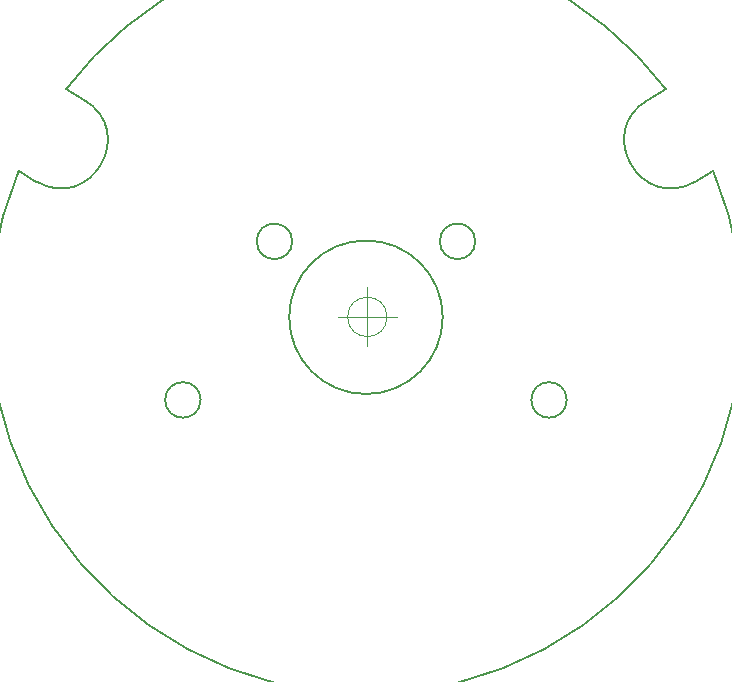
<source format=gbr>
%TF.GenerationSoftware,KiCad,Pcbnew,8.0.1*%
%TF.CreationDate,2024-05-30T20:48:59+03:00*%
%TF.ProjectId,jantteri_right,6a616e74-7465-4726-995f-72696768742e,rev?*%
%TF.SameCoordinates,Original*%
%TF.FileFunction,Profile,NP*%
%FSLAX46Y46*%
G04 Gerber Fmt 4.6, Leading zero omitted, Abs format (unit mm)*
G04 Created by KiCad (PCBNEW 8.0.1) date 2024-05-30 20:48:59*
%MOMM*%
%LPD*%
G01*
G04 APERTURE LIST*
%TA.AperFunction,Profile*%
%ADD10C,0.200000*%
%TD*%
%TA.AperFunction,Profile*%
%ADD11C,0.050000*%
%TD*%
G04 APERTURE END LIST*
D10*
X16885699Y-7025400D02*
G75*
G02*
X13885699Y-7025400I-1500000J0D01*
G01*
X13885699Y-7025400D02*
G75*
G02*
X16885699Y-7025400I1500000J0D01*
G01*
X-14114299Y-7025399D02*
G75*
G02*
X-17114299Y-7025399I-1500000J0D01*
G01*
X-17114299Y-7025399D02*
G75*
G02*
X-14114299Y-7025399I1500000J0D01*
G01*
X-28008459Y11460498D02*
X-29522464Y12334609D01*
X29293864Y12334609D02*
X27779859Y11460498D01*
X27779859Y11460498D02*
G75*
G02*
X23779879Y18388666I-1999959J3464102D01*
G01*
X-6364299Y6397993D02*
G75*
G02*
X-9364299Y6397993I-1500000J0D01*
G01*
X-9364299Y6397993D02*
G75*
G02*
X-6364299Y6397993I1500000J0D01*
G01*
X23779859Y18388701D02*
X25293864Y19262812D01*
X-25522464Y19262812D02*
G75*
G02*
X25293864Y19262812I25408164J-19288211D01*
G01*
X6385700Y-25400D02*
G75*
G02*
X-6614300Y-25400I-6500000J0D01*
G01*
X-6614300Y-25400D02*
G75*
G02*
X6385700Y-25400I6500000J0D01*
G01*
X9135699Y6397993D02*
G75*
G02*
X6135699Y6397993I-1500000J0D01*
G01*
X6135699Y6397993D02*
G75*
G02*
X9135699Y6397993I1500000J0D01*
G01*
X-24008459Y18388700D02*
G75*
G02*
X-28008479Y11460464I-2000041J-3464100D01*
G01*
X-25522464Y19262812D02*
X-24008459Y18388701D01*
X29293864Y12334610D02*
G75*
G02*
X-29522464Y12334609I-29408164J-12360010D01*
G01*
D11*
X1666666Y0D02*
G75*
G02*
X-1666666Y0I-1666666J0D01*
G01*
X-1666666Y0D02*
G75*
G02*
X1666666Y0I1666666J0D01*
G01*
X-2500000Y0D02*
X2500000Y0D01*
X0Y2500000D02*
X0Y-2500000D01*
M02*

</source>
